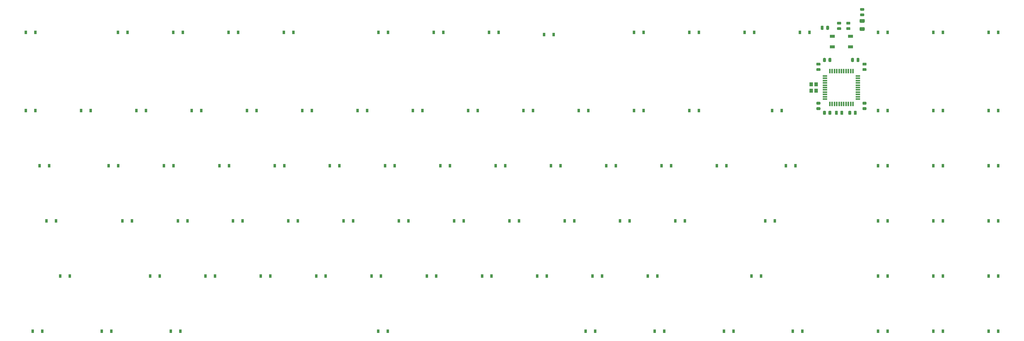
<source format=gbp>
%TF.GenerationSoftware,KiCad,Pcbnew,(5.1.6)-1*%
%TF.CreationDate,2020-08-03T21:56:52-05:00*%
%TF.ProjectId,customKeyboard,63757374-6f6d-44b6-9579-626f6172642e,rev?*%
%TF.SameCoordinates,Original*%
%TF.FileFunction,Paste,Bot*%
%TF.FilePolarity,Positive*%
%FSLAX46Y46*%
G04 Gerber Fmt 4.6, Leading zero omitted, Abs format (unit mm)*
G04 Created by KiCad (PCBNEW (5.1.6)-1) date 2020-08-03 21:56:52*
%MOMM*%
%LPD*%
G01*
G04 APERTURE LIST*
%ADD10R,1.200000X1.400000*%
%ADD11R,1.500000X0.550000*%
%ADD12R,0.550000X1.500000*%
%ADD13R,1.800000X1.100000*%
%ADD14R,0.900000X1.200000*%
G04 APERTURE END LIST*
%TO.C,F1*%
G36*
G01*
X338306250Y-35512500D02*
X339556250Y-35512500D01*
G75*
G02*
X339806250Y-35762500I0J-250000D01*
G01*
X339806250Y-36512500D01*
G75*
G02*
X339556250Y-36762500I-250000J0D01*
G01*
X338306250Y-36762500D01*
G75*
G02*
X338056250Y-36512500I0J250000D01*
G01*
X338056250Y-35762500D01*
G75*
G02*
X338306250Y-35512500I250000J0D01*
G01*
G37*
G36*
G01*
X338306250Y-32712500D02*
X339556250Y-32712500D01*
G75*
G02*
X339806250Y-32962500I0J-250000D01*
G01*
X339806250Y-33712500D01*
G75*
G02*
X339556250Y-33962500I-250000J0D01*
G01*
X338306250Y-33962500D01*
G75*
G02*
X338056250Y-33712500I0J250000D01*
G01*
X338056250Y-32962500D01*
G75*
G02*
X338306250Y-32712500I250000J0D01*
G01*
G37*
%TD*%
%TO.C,R5*%
G36*
G01*
X339387500Y-29856250D02*
X338475000Y-29856250D01*
G75*
G02*
X338231250Y-29612500I0J243750D01*
G01*
X338231250Y-29125000D01*
G75*
G02*
X338475000Y-28881250I243750J0D01*
G01*
X339387500Y-28881250D01*
G75*
G02*
X339631250Y-29125000I0J-243750D01*
G01*
X339631250Y-29612500D01*
G75*
G02*
X339387500Y-29856250I-243750J0D01*
G01*
G37*
G36*
G01*
X339387500Y-31731250D02*
X338475000Y-31731250D01*
G75*
G02*
X338231250Y-31487500I0J243750D01*
G01*
X338231250Y-31000000D01*
G75*
G02*
X338475000Y-30756250I243750J0D01*
G01*
X339387500Y-30756250D01*
G75*
G02*
X339631250Y-31000000I0J-243750D01*
G01*
X339631250Y-31487500D01*
G75*
G02*
X339387500Y-31731250I-243750J0D01*
G01*
G37*
%TD*%
%TO.C,R2*%
G36*
G01*
X331450000Y-34618750D02*
X330537500Y-34618750D01*
G75*
G02*
X330293750Y-34375000I0J243750D01*
G01*
X330293750Y-33887500D01*
G75*
G02*
X330537500Y-33643750I243750J0D01*
G01*
X331450000Y-33643750D01*
G75*
G02*
X331693750Y-33887500I0J-243750D01*
G01*
X331693750Y-34375000D01*
G75*
G02*
X331450000Y-34618750I-243750J0D01*
G01*
G37*
G36*
G01*
X331450000Y-36493750D02*
X330537500Y-36493750D01*
G75*
G02*
X330293750Y-36250000I0J243750D01*
G01*
X330293750Y-35762500D01*
G75*
G02*
X330537500Y-35518750I243750J0D01*
G01*
X331450000Y-35518750D01*
G75*
G02*
X331693750Y-35762500I0J-243750D01*
G01*
X331693750Y-36250000D01*
G75*
G02*
X331450000Y-36493750I-243750J0D01*
G01*
G37*
%TD*%
%TO.C,C7*%
G36*
G01*
X323393750Y-63156250D02*
X324306250Y-63156250D01*
G75*
G02*
X324550000Y-63400000I0J-243750D01*
G01*
X324550000Y-63887500D01*
G75*
G02*
X324306250Y-64131250I-243750J0D01*
G01*
X323393750Y-64131250D01*
G75*
G02*
X323150000Y-63887500I0J243750D01*
G01*
X323150000Y-63400000D01*
G75*
G02*
X323393750Y-63156250I243750J0D01*
G01*
G37*
G36*
G01*
X323393750Y-61281250D02*
X324306250Y-61281250D01*
G75*
G02*
X324550000Y-61525000I0J-243750D01*
G01*
X324550000Y-62012500D01*
G75*
G02*
X324306250Y-62256250I-243750J0D01*
G01*
X323393750Y-62256250D01*
G75*
G02*
X323150000Y-62012500I0J243750D01*
G01*
X323150000Y-61525000D01*
G75*
G02*
X323393750Y-61281250I243750J0D01*
G01*
G37*
%TD*%
%TO.C,R6*%
G36*
G01*
X325637500Y-35262500D02*
X325637500Y-36175000D01*
G75*
G02*
X325393750Y-36418750I-243750J0D01*
G01*
X324906250Y-36418750D01*
G75*
G02*
X324662500Y-36175000I0J243750D01*
G01*
X324662500Y-35262500D01*
G75*
G02*
X324906250Y-35018750I243750J0D01*
G01*
X325393750Y-35018750D01*
G75*
G02*
X325637500Y-35262500I0J-243750D01*
G01*
G37*
G36*
G01*
X327512500Y-35262500D02*
X327512500Y-36175000D01*
G75*
G02*
X327268750Y-36418750I-243750J0D01*
G01*
X326781250Y-36418750D01*
G75*
G02*
X326537500Y-36175000I0J243750D01*
G01*
X326537500Y-35262500D01*
G75*
G02*
X326781250Y-35018750I243750J0D01*
G01*
X327268750Y-35018750D01*
G75*
G02*
X327512500Y-35262500I0J-243750D01*
G01*
G37*
%TD*%
D10*
%TO.C,Y1*%
X321356250Y-55256250D03*
X321356250Y-57456250D03*
X323056250Y-57456250D03*
X323056250Y-55256250D03*
%TD*%
D11*
%TO.C,U1*%
X337487500Y-60356250D03*
X337487500Y-59556250D03*
X337487500Y-58756250D03*
X337487500Y-57956250D03*
X337487500Y-57156250D03*
X337487500Y-56356250D03*
X337487500Y-55556250D03*
X337487500Y-54756250D03*
X337487500Y-53956250D03*
X337487500Y-53156250D03*
X337487500Y-52356250D03*
D12*
X335787500Y-50656250D03*
X334987500Y-50656250D03*
X334187500Y-50656250D03*
X333387500Y-50656250D03*
X332587500Y-50656250D03*
X331787500Y-50656250D03*
X330987500Y-50656250D03*
X330187500Y-50656250D03*
X329387500Y-50656250D03*
X328587500Y-50656250D03*
X327787500Y-50656250D03*
D11*
X326087500Y-52356250D03*
X326087500Y-53156250D03*
X326087500Y-53956250D03*
X326087500Y-54756250D03*
X326087500Y-55556250D03*
X326087500Y-56356250D03*
X326087500Y-57156250D03*
X326087500Y-57956250D03*
X326087500Y-58756250D03*
X326087500Y-59556250D03*
X326087500Y-60356250D03*
D12*
X327787500Y-62056250D03*
X328587500Y-62056250D03*
X329387500Y-62056250D03*
X330187500Y-62056250D03*
X330987500Y-62056250D03*
X331787500Y-62056250D03*
X332587500Y-62056250D03*
X333387500Y-62056250D03*
X334187500Y-62056250D03*
X334987500Y-62056250D03*
X335787500Y-62056250D03*
%TD*%
D13*
%TO.C,SW1*%
X328687500Y-38631250D03*
X334887500Y-42331250D03*
X328687500Y-42331250D03*
X334887500Y-38631250D03*
%TD*%
%TO.C,R4*%
G36*
G01*
X330543750Y-64631250D02*
X330543750Y-65543750D01*
G75*
G02*
X330300000Y-65787500I-243750J0D01*
G01*
X329812500Y-65787500D01*
G75*
G02*
X329568750Y-65543750I0J243750D01*
G01*
X329568750Y-64631250D01*
G75*
G02*
X329812500Y-64387500I243750J0D01*
G01*
X330300000Y-64387500D01*
G75*
G02*
X330543750Y-64631250I0J-243750D01*
G01*
G37*
G36*
G01*
X332418750Y-64631250D02*
X332418750Y-65543750D01*
G75*
G02*
X332175000Y-65787500I-243750J0D01*
G01*
X331687500Y-65787500D01*
G75*
G02*
X331443750Y-65543750I0J243750D01*
G01*
X331443750Y-64631250D01*
G75*
G02*
X331687500Y-64387500I243750J0D01*
G01*
X332175000Y-64387500D01*
G75*
G02*
X332418750Y-64631250I0J-243750D01*
G01*
G37*
%TD*%
%TO.C,R3*%
G36*
G01*
X334625000Y-34618750D02*
X333712500Y-34618750D01*
G75*
G02*
X333468750Y-34375000I0J243750D01*
G01*
X333468750Y-33887500D01*
G75*
G02*
X333712500Y-33643750I243750J0D01*
G01*
X334625000Y-33643750D01*
G75*
G02*
X334868750Y-33887500I0J-243750D01*
G01*
X334868750Y-34375000D01*
G75*
G02*
X334625000Y-34618750I-243750J0D01*
G01*
G37*
G36*
G01*
X334625000Y-36493750D02*
X333712500Y-36493750D01*
G75*
G02*
X333468750Y-36250000I0J243750D01*
G01*
X333468750Y-35762500D01*
G75*
G02*
X333712500Y-35518750I243750J0D01*
G01*
X334625000Y-35518750D01*
G75*
G02*
X334868750Y-35762500I0J-243750D01*
G01*
X334868750Y-36250000D01*
G75*
G02*
X334625000Y-36493750I-243750J0D01*
G01*
G37*
%TD*%
%TO.C,R1*%
G36*
G01*
X336100000Y-46375000D02*
X336100000Y-47287500D01*
G75*
G02*
X335856250Y-47531250I-243750J0D01*
G01*
X335368750Y-47531250D01*
G75*
G02*
X335125000Y-47287500I0J243750D01*
G01*
X335125000Y-46375000D01*
G75*
G02*
X335368750Y-46131250I243750J0D01*
G01*
X335856250Y-46131250D01*
G75*
G02*
X336100000Y-46375000I0J-243750D01*
G01*
G37*
G36*
G01*
X337975000Y-46375000D02*
X337975000Y-47287500D01*
G75*
G02*
X337731250Y-47531250I-243750J0D01*
G01*
X337243750Y-47531250D01*
G75*
G02*
X337000000Y-47287500I0J243750D01*
G01*
X337000000Y-46375000D01*
G75*
G02*
X337243750Y-46131250I243750J0D01*
G01*
X337731250Y-46131250D01*
G75*
G02*
X337975000Y-46375000I0J-243750D01*
G01*
G37*
%TD*%
D14*
%TO.C,D92*%
X292162500Y-83343750D03*
X288862500Y-83343750D03*
%TD*%
%TO.C,D91*%
X385782500Y-140493750D03*
X382482500Y-140493750D03*
%TD*%
%TO.C,D90*%
X385825000Y-121443750D03*
X382525000Y-121443750D03*
%TD*%
%TO.C,D89*%
X385825000Y-102393750D03*
X382525000Y-102393750D03*
%TD*%
%TO.C,D88*%
X385825000Y-83343750D03*
X382525000Y-83343750D03*
%TD*%
%TO.C,D87*%
X385825000Y-64293750D03*
X382525000Y-64293750D03*
%TD*%
%TO.C,D86*%
X385825000Y-37306250D03*
X382525000Y-37306250D03*
%TD*%
%TO.C,D85*%
X366775000Y-140493750D03*
X363475000Y-140493750D03*
%TD*%
%TO.C,D84*%
X366775000Y-121443750D03*
X363475000Y-121443750D03*
%TD*%
%TO.C,D83*%
X366775000Y-102393750D03*
X363475000Y-102393750D03*
%TD*%
%TO.C,D82*%
X366775000Y-83343750D03*
X363475000Y-83343750D03*
%TD*%
%TO.C,D81*%
X366775000Y-64293750D03*
X363475000Y-64293750D03*
%TD*%
%TO.C,D80*%
X366775000Y-37306250D03*
X363475000Y-37306250D03*
%TD*%
%TO.C,D79*%
X347725000Y-140493750D03*
X344425000Y-140493750D03*
%TD*%
%TO.C,D78*%
X347725000Y-121443750D03*
X344425000Y-121443750D03*
%TD*%
%TO.C,D77*%
X347725000Y-102393750D03*
X344425000Y-102393750D03*
%TD*%
%TO.C,D76*%
X347725000Y-83343750D03*
X344425000Y-83343750D03*
%TD*%
%TO.C,D75*%
X347725000Y-64293750D03*
X344425000Y-64293750D03*
%TD*%
%TO.C,D74*%
X347725000Y-37306250D03*
X344425000Y-37306250D03*
%TD*%
%TO.C,D73*%
X311212500Y-64293750D03*
X307912500Y-64293750D03*
%TD*%
%TO.C,D72*%
X320737500Y-37306250D03*
X317437500Y-37306250D03*
%TD*%
%TO.C,D71*%
X315975000Y-83343750D03*
X312675000Y-83343750D03*
%TD*%
%TO.C,D70*%
X308831250Y-102393750D03*
X305531250Y-102393750D03*
%TD*%
%TO.C,D69*%
X318356250Y-140493750D03*
X315056250Y-140493750D03*
%TD*%
%TO.C,D68*%
X304068750Y-121443750D03*
X300768750Y-121443750D03*
%TD*%
%TO.C,D67*%
X282637500Y-64293750D03*
X279337500Y-64293750D03*
%TD*%
%TO.C,D66*%
X301687500Y-37306250D03*
X298387500Y-37306250D03*
%TD*%
%TO.C,D65*%
X277875000Y-102393750D03*
X274575000Y-102393750D03*
%TD*%
%TO.C,D64*%
X273112500Y-83343750D03*
X269812500Y-83343750D03*
%TD*%
%TO.C,D63*%
X294606250Y-140493750D03*
X291306250Y-140493750D03*
%TD*%
%TO.C,D62*%
X263650000Y-64293750D03*
X260350000Y-64293750D03*
%TD*%
%TO.C,D61*%
X282637500Y-37306250D03*
X279337500Y-37306250D03*
%TD*%
%TO.C,D60*%
X268350000Y-121443750D03*
X265050000Y-121443750D03*
%TD*%
%TO.C,D59*%
X258825000Y-102393750D03*
X255525000Y-102393750D03*
%TD*%
%TO.C,D58*%
X254062500Y-83343750D03*
X250762500Y-83343750D03*
%TD*%
%TO.C,D57*%
X244537500Y-64293750D03*
X241237500Y-64293750D03*
%TD*%
%TO.C,D56*%
X263587500Y-37306250D03*
X260287500Y-37306250D03*
%TD*%
%TO.C,D55*%
X249300000Y-121443750D03*
X246000000Y-121443750D03*
%TD*%
%TO.C,D54*%
X270731250Y-140493750D03*
X267431250Y-140493750D03*
%TD*%
%TO.C,D53*%
X239775000Y-102393750D03*
X236475000Y-102393750D03*
%TD*%
%TO.C,D52*%
X235012500Y-83343750D03*
X231712500Y-83343750D03*
%TD*%
%TO.C,D51*%
X225550000Y-64293750D03*
X222250000Y-64293750D03*
%TD*%
%TO.C,D50*%
X230250000Y-121443750D03*
X226950000Y-121443750D03*
%TD*%
%TO.C,D49*%
X232631250Y-38100000D03*
X229331250Y-38100000D03*
%TD*%
%TO.C,D48*%
X246918750Y-140493750D03*
X243618750Y-140493750D03*
%TD*%
%TO.C,D47*%
X220725000Y-102393750D03*
X217425000Y-102393750D03*
%TD*%
%TO.C,D46*%
X215962500Y-83343750D03*
X212662500Y-83343750D03*
%TD*%
%TO.C,D45*%
X206437500Y-64293750D03*
X203137500Y-64293750D03*
%TD*%
%TO.C,D44*%
X211262500Y-121443750D03*
X207962500Y-121443750D03*
%TD*%
%TO.C,D43*%
X213643750Y-37306250D03*
X210343750Y-37306250D03*
%TD*%
%TO.C,D42*%
X201675000Y-102393750D03*
X198375000Y-102393750D03*
%TD*%
%TO.C,D41*%
X196912500Y-83343750D03*
X193612500Y-83343750D03*
%TD*%
%TO.C,D40*%
X187387500Y-64293750D03*
X184087500Y-64293750D03*
%TD*%
%TO.C,D39*%
X192212500Y-121443750D03*
X188912500Y-121443750D03*
%TD*%
%TO.C,D38*%
X194593750Y-37306250D03*
X191293750Y-37306250D03*
%TD*%
%TO.C,D37*%
X182625000Y-102393750D03*
X179325000Y-102393750D03*
%TD*%
%TO.C,D36*%
X177862500Y-83343750D03*
X174562500Y-83343750D03*
%TD*%
%TO.C,D35*%
X168337500Y-64293750D03*
X165037500Y-64293750D03*
%TD*%
%TO.C,D34*%
X173162500Y-121443750D03*
X169862500Y-121443750D03*
%TD*%
%TO.C,D33*%
X175481250Y-140493750D03*
X172181250Y-140493750D03*
%TD*%
%TO.C,D32*%
X175543750Y-37306250D03*
X172243750Y-37306250D03*
%TD*%
%TO.C,D31*%
X163575000Y-102393750D03*
X160275000Y-102393750D03*
%TD*%
%TO.C,D30*%
X158812500Y-83343750D03*
X155512500Y-83343750D03*
%TD*%
%TO.C,D29*%
X149350000Y-64293750D03*
X146050000Y-64293750D03*
%TD*%
%TO.C,D28*%
X154112500Y-121443750D03*
X150812500Y-121443750D03*
%TD*%
%TO.C,D27*%
X144525000Y-102393750D03*
X141225000Y-102393750D03*
%TD*%
%TO.C,D26*%
X139825000Y-83343750D03*
X136525000Y-83343750D03*
%TD*%
%TO.C,D25*%
X142937500Y-37306250D03*
X139637500Y-37306250D03*
%TD*%
%TO.C,D24*%
X130300000Y-64293750D03*
X127000000Y-64293750D03*
%TD*%
%TO.C,D23*%
X135000000Y-121443750D03*
X131700000Y-121443750D03*
%TD*%
%TO.C,D22*%
X125475000Y-102393750D03*
X122175000Y-102393750D03*
%TD*%
%TO.C,D21*%
X120775000Y-83343750D03*
X117475000Y-83343750D03*
%TD*%
%TO.C,D20*%
X123950000Y-37306250D03*
X120650000Y-37306250D03*
%TD*%
%TO.C,D19*%
X111250000Y-64293750D03*
X107950000Y-64293750D03*
%TD*%
%TO.C,D18*%
X104043750Y-140493750D03*
X100743750Y-140493750D03*
%TD*%
%TO.C,D17*%
X115950000Y-121443750D03*
X112650000Y-121443750D03*
%TD*%
%TO.C,D16*%
X106487500Y-102393750D03*
X103187500Y-102393750D03*
%TD*%
%TO.C,D15*%
X101662500Y-83343750D03*
X98362500Y-83343750D03*
%TD*%
%TO.C,D14*%
X104837500Y-37306250D03*
X101537500Y-37306250D03*
%TD*%
%TO.C,D13*%
X92200000Y-64293750D03*
X88900000Y-64293750D03*
%TD*%
%TO.C,D12*%
X96900000Y-121443750D03*
X93600000Y-121443750D03*
%TD*%
%TO.C,D11*%
X80231250Y-140493750D03*
X76931250Y-140493750D03*
%TD*%
%TO.C,D10*%
X87375000Y-102393750D03*
X84075000Y-102393750D03*
%TD*%
%TO.C,D9*%
X82612500Y-83343750D03*
X79312500Y-83343750D03*
%TD*%
%TO.C,D8*%
X85850000Y-37306250D03*
X82550000Y-37306250D03*
%TD*%
%TO.C,D7*%
X73087500Y-64293750D03*
X69787500Y-64293750D03*
%TD*%
%TO.C,D6*%
X65943750Y-121443750D03*
X62643750Y-121443750D03*
%TD*%
%TO.C,D5*%
X56418750Y-140493750D03*
X53118750Y-140493750D03*
%TD*%
%TO.C,D4*%
X61181250Y-102393750D03*
X57881250Y-102393750D03*
%TD*%
%TO.C,D3*%
X58800000Y-83343750D03*
X55500000Y-83343750D03*
%TD*%
%TO.C,D2*%
X54037500Y-64293750D03*
X50737500Y-64293750D03*
%TD*%
%TO.C,D1*%
X54037500Y-37306250D03*
X50737500Y-37306250D03*
%TD*%
%TO.C,C6*%
G36*
G01*
X324306250Y-48762500D02*
X323393750Y-48762500D01*
G75*
G02*
X323150000Y-48518750I0J243750D01*
G01*
X323150000Y-48031250D01*
G75*
G02*
X323393750Y-47787500I243750J0D01*
G01*
X324306250Y-47787500D01*
G75*
G02*
X324550000Y-48031250I0J-243750D01*
G01*
X324550000Y-48518750D01*
G75*
G02*
X324306250Y-48762500I-243750J0D01*
G01*
G37*
G36*
G01*
X324306250Y-50637500D02*
X323393750Y-50637500D01*
G75*
G02*
X323150000Y-50393750I0J243750D01*
G01*
X323150000Y-49906250D01*
G75*
G02*
X323393750Y-49662500I243750J0D01*
G01*
X324306250Y-49662500D01*
G75*
G02*
X324550000Y-49906250I0J-243750D01*
G01*
X324550000Y-50393750D01*
G75*
G02*
X324306250Y-50637500I-243750J0D01*
G01*
G37*
%TD*%
%TO.C,C5*%
G36*
G01*
X340181250Y-62256250D02*
X339268750Y-62256250D01*
G75*
G02*
X339025000Y-62012500I0J243750D01*
G01*
X339025000Y-61525000D01*
G75*
G02*
X339268750Y-61281250I243750J0D01*
G01*
X340181250Y-61281250D01*
G75*
G02*
X340425000Y-61525000I0J-243750D01*
G01*
X340425000Y-62012500D01*
G75*
G02*
X340181250Y-62256250I-243750J0D01*
G01*
G37*
G36*
G01*
X340181250Y-64131250D02*
X339268750Y-64131250D01*
G75*
G02*
X339025000Y-63887500I0J243750D01*
G01*
X339025000Y-63400000D01*
G75*
G02*
X339268750Y-63156250I243750J0D01*
G01*
X340181250Y-63156250D01*
G75*
G02*
X340425000Y-63400000I0J-243750D01*
G01*
X340425000Y-63887500D01*
G75*
G02*
X340181250Y-64131250I-243750J0D01*
G01*
G37*
%TD*%
%TO.C,C4*%
G36*
G01*
X326431250Y-64631250D02*
X326431250Y-65543750D01*
G75*
G02*
X326187500Y-65787500I-243750J0D01*
G01*
X325700000Y-65787500D01*
G75*
G02*
X325456250Y-65543750I0J243750D01*
G01*
X325456250Y-64631250D01*
G75*
G02*
X325700000Y-64387500I243750J0D01*
G01*
X326187500Y-64387500D01*
G75*
G02*
X326431250Y-64631250I0J-243750D01*
G01*
G37*
G36*
G01*
X328306250Y-64631250D02*
X328306250Y-65543750D01*
G75*
G02*
X328062500Y-65787500I-243750J0D01*
G01*
X327575000Y-65787500D01*
G75*
G02*
X327331250Y-65543750I0J243750D01*
G01*
X327331250Y-64631250D01*
G75*
G02*
X327575000Y-64387500I243750J0D01*
G01*
X328062500Y-64387500D01*
G75*
G02*
X328306250Y-64631250I0J-243750D01*
G01*
G37*
%TD*%
%TO.C,C3*%
G36*
G01*
X340181250Y-48762500D02*
X339268750Y-48762500D01*
G75*
G02*
X339025000Y-48518750I0J243750D01*
G01*
X339025000Y-48031250D01*
G75*
G02*
X339268750Y-47787500I243750J0D01*
G01*
X340181250Y-47787500D01*
G75*
G02*
X340425000Y-48031250I0J-243750D01*
G01*
X340425000Y-48518750D01*
G75*
G02*
X340181250Y-48762500I-243750J0D01*
G01*
G37*
G36*
G01*
X340181250Y-50637500D02*
X339268750Y-50637500D01*
G75*
G02*
X339025000Y-50393750I0J243750D01*
G01*
X339025000Y-49906250D01*
G75*
G02*
X339268750Y-49662500I243750J0D01*
G01*
X340181250Y-49662500D01*
G75*
G02*
X340425000Y-49906250I0J-243750D01*
G01*
X340425000Y-50393750D01*
G75*
G02*
X340181250Y-50637500I-243750J0D01*
G01*
G37*
%TD*%
%TO.C,C2*%
G36*
G01*
X326431250Y-46375000D02*
X326431250Y-47287500D01*
G75*
G02*
X326187500Y-47531250I-243750J0D01*
G01*
X325700000Y-47531250D01*
G75*
G02*
X325456250Y-47287500I0J243750D01*
G01*
X325456250Y-46375000D01*
G75*
G02*
X325700000Y-46131250I243750J0D01*
G01*
X326187500Y-46131250D01*
G75*
G02*
X326431250Y-46375000I0J-243750D01*
G01*
G37*
G36*
G01*
X328306250Y-46375000D02*
X328306250Y-47287500D01*
G75*
G02*
X328062500Y-47531250I-243750J0D01*
G01*
X327575000Y-47531250D01*
G75*
G02*
X327331250Y-47287500I0J243750D01*
G01*
X327331250Y-46375000D01*
G75*
G02*
X327575000Y-46131250I243750J0D01*
G01*
X328062500Y-46131250D01*
G75*
G02*
X328306250Y-46375000I0J-243750D01*
G01*
G37*
%TD*%
%TO.C,C1*%
G36*
G01*
X336062500Y-65543750D02*
X336062500Y-64631250D01*
G75*
G02*
X336306250Y-64387500I243750J0D01*
G01*
X336793750Y-64387500D01*
G75*
G02*
X337037500Y-64631250I0J-243750D01*
G01*
X337037500Y-65543750D01*
G75*
G02*
X336793750Y-65787500I-243750J0D01*
G01*
X336306250Y-65787500D01*
G75*
G02*
X336062500Y-65543750I0J243750D01*
G01*
G37*
G36*
G01*
X334187500Y-65543750D02*
X334187500Y-64631250D01*
G75*
G02*
X334431250Y-64387500I243750J0D01*
G01*
X334918750Y-64387500D01*
G75*
G02*
X335162500Y-64631250I0J-243750D01*
G01*
X335162500Y-65543750D01*
G75*
G02*
X334918750Y-65787500I-243750J0D01*
G01*
X334431250Y-65787500D01*
G75*
G02*
X334187500Y-65543750I0J243750D01*
G01*
G37*
%TD*%
M02*

</source>
